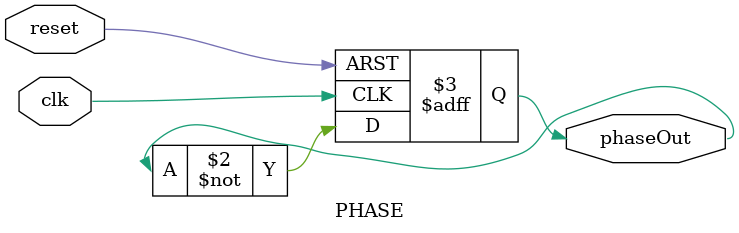
<source format=sv>

module PHASE (input logic clk,
              input logic reset,
              output logic phaseOut
              );



  always @ (posedge clk or posedge reset)
    begin//si esta en reset, se pone q en 0, si no, en el flanco positivo de clk se pasa d a q.
      if (reset)
        phaseOut <= 1'b0;
  	  else
        phaseOut <= ~phaseOut;
    end


endmodule

</source>
